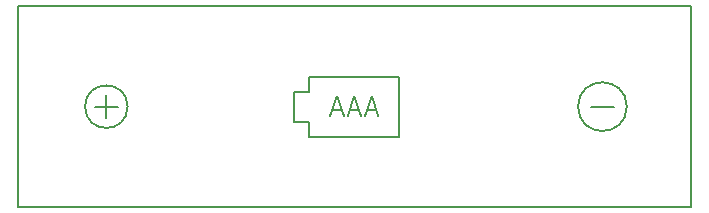
<source format=gbr>
G04 #@! TF.FileFunction,Legend,Bot*
%FSLAX46Y46*%
G04 Gerber Fmt 4.6, Leading zero omitted, Abs format (unit mm)*
G04 Created by KiCad (PCBNEW 4.0.1-stable) date 2017/10/27 20:21:07*
%MOMM*%
G01*
G04 APERTURE LIST*
%ADD10C,0.100000*%
%ADD11C,0.150000*%
G04 APERTURE END LIST*
D10*
D11*
X163190000Y-117270000D02*
X161920000Y-117270000D01*
X161920000Y-117270000D02*
X161920000Y-114730000D01*
X161920000Y-114730000D02*
X163190000Y-114730000D01*
X163190000Y-114730000D02*
X163190000Y-113460000D01*
X163190000Y-113460000D02*
X170810000Y-113460000D01*
X170810000Y-113460000D02*
X170810000Y-118540000D01*
X170810000Y-118540000D02*
X163190000Y-118540000D01*
X163190000Y-118540000D02*
X163190000Y-117270000D01*
X190061553Y-116000000D02*
G75*
G03X190061553Y-116000000I-2061553J0D01*
G01*
X147802776Y-116000000D02*
G75*
G03X147802776Y-116000000I-1802776J0D01*
G01*
X187000000Y-116000000D02*
X189000000Y-116000000D01*
X146000000Y-117000000D02*
X146000000Y-115000000D01*
X145000000Y-116000000D02*
X147000000Y-116000000D01*
X138500000Y-124500000D02*
X138500000Y-107500000D01*
X138500000Y-107500000D02*
X195500000Y-107500000D01*
X195500000Y-107500000D02*
X195500000Y-124500000D01*
X195500000Y-124500000D02*
X138500000Y-124500000D01*
X168861904Y-116283333D02*
X168052381Y-116283333D01*
X169023809Y-116769048D02*
X168457143Y-115069048D01*
X167890476Y-116769048D01*
X167404761Y-116283333D02*
X166595238Y-116283333D01*
X167566666Y-116769048D02*
X167000000Y-115069048D01*
X166433333Y-116769048D01*
X165947618Y-116283333D02*
X165138095Y-116283333D01*
X166109523Y-116769048D02*
X165542857Y-115069048D01*
X164976190Y-116769048D01*
M02*

</source>
